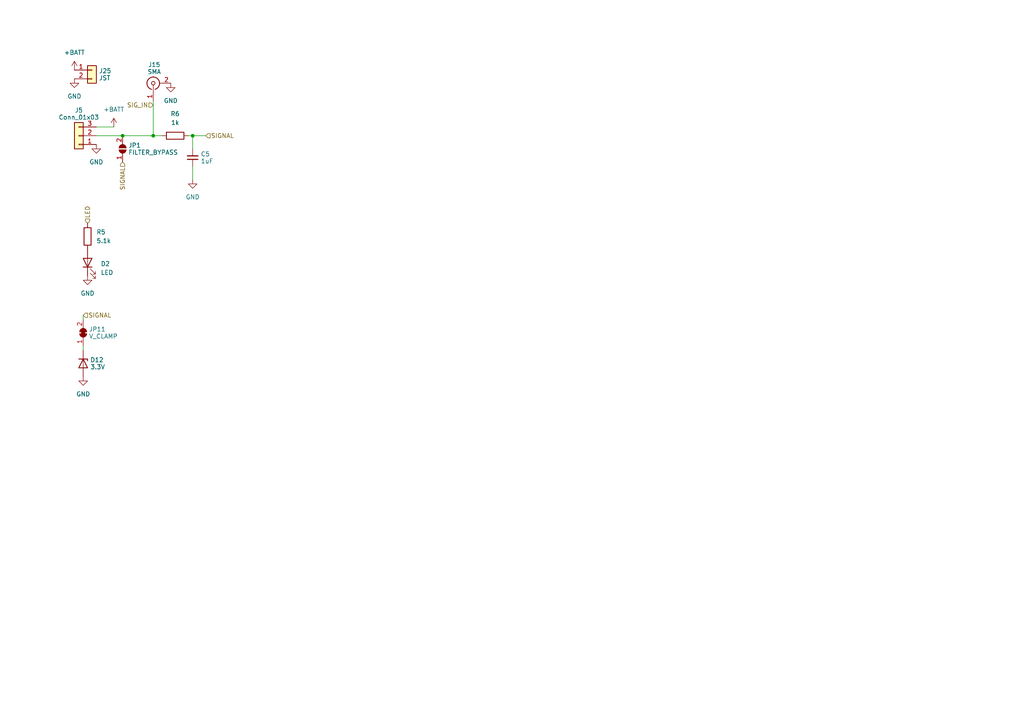
<source format=kicad_sch>
(kicad_sch (version 20230121) (generator eeschema)
  (paper "A4")
  (lib_symbols
    (symbol "Connector:Conn_Coaxial" (pin_names (offset 1.016) hide)
      (property "Reference" "J" (at 0.254 3.048 0))
      (property "Value" "Conn_Coaxial" (at 2.921 0 90))
      (symbol "Conn_Coaxial_0_1"
        (arc (start -1.778 -0.508) (mid 0.2311 -1.8066) (end 1.778 0) (stroke (width 0.254)))
        (polyline (pts (xy -2.54 0) (xy -0.508 0)))
        (polyline (pts (xy 0 -2.54) (xy 0 -1.778)))
        (circle (center 0 0) (radius 0.508) (stroke (width 0.2032)))
        (arc (start 1.778 0) (mid 0.2099 1.8101) (end -1.778 0.508) (stroke (width 0.254)))
      )
      (symbol "Conn_Coaxial_1_1"
        (pin passive line (at -5.08 0 0) (length 2.54) (name "In") (number "1"))
        (pin passive line (at 0 -5.08 90) (length 2.54) (name "Ext") (number "2"))
      )
    )
    (symbol "Connector_Generic:Conn_01x02" (pin_names (offset 1.016) hide)
      (property "Reference" "J" (at 0 2.54 0))
      (property "Value" "Conn_01x02" (at 0 -5.08 0))
      (symbol "Conn_01x02_1_1"
        (rectangle (start -1.27 -2.413) (end 0 -2.667) (stroke (width 0.1524)))
        (rectangle (start -1.27 0.127) (end 0 -0.127) (stroke (width 0.1524)))
        (rectangle (start -1.27 1.27) (end 1.27 -3.81) (stroke (width 0.254)) (fill (type background)))
        (pin passive line (at -5.08 0 0) (length 3.81) (name "Pin_1") (number "1"))
        (pin passive line (at -5.08 -2.54 0) (length 3.81) (name "Pin_2") (number "2"))
      )
    )
    (symbol "Connector_Generic:Conn_01x03" (pin_names (offset 1.016) hide)
      (property "Reference" "J" (at 0 5.08 0))
      (property "Value" "Conn_01x03" (at 0 -5.08 0))
      (symbol "Conn_01x03_1_1"
        (rectangle (start -1.27 -2.413) (end 0 -2.667) (stroke (width 0.1524)))
        (rectangle (start -1.27 0.127) (end 0 -0.127) (stroke (width 0.1524)))
        (rectangle (start -1.27 2.667) (end 0 2.413) (stroke (width 0.1524)))
        (rectangle (start -1.27 3.81) (end 1.27 -3.81) (stroke (width 0.254)) (fill (type background)))
        (pin passive line (at -5.08 2.54 0) (length 3.81) (name "Pin_1") (number "1"))
        (pin passive line (at -5.08 0 0) (length 3.81) (name "Pin_2") (number "2"))
        (pin passive line (at -5.08 -2.54 0) (length 3.81) (name "Pin_3") (number "3"))
      )
    )
    (symbol "Device:C_Small" (pin_numbers hide) (pin_names (offset 0.254) hide)
      (property "Reference" "C" (at 0.254 1.778 0))
      (property "Value" "C_Small" (at 0.254 -2.032 0))
      (symbol "C_Small_0_1"
        (polyline (pts (xy -1.524 -0.508) (xy 1.524 -0.508)) (stroke (width 0.3302)))
        (polyline (pts (xy -1.524 0.508) (xy 1.524 0.508)) (stroke (width 0.3048)))
      )
      (symbol "C_Small_1_1"
        (pin passive line (at 0 2.54 270) (length 2.032) (name "~") (number "1"))
        (pin passive line (at 0 -2.54 90) (length 2.032) (name "~") (number "2"))
      )
    )
    (symbol "Device:D_Zener" (pin_numbers hide) (pin_names (offset 1.016) hide)
      (property "Reference" "D" (at 0 2.54 0))
      (property "Value" "D_Zener" (at 0 -2.54 0))
      (symbol "D_Zener_0_1"
        (polyline (pts (xy 1.27 0) (xy -1.27 0)))
        (polyline (pts (xy -1.27 -1.27) (xy -1.27 1.27) (xy -0.762 1.27)) (stroke (width 0.254)))
        (polyline (pts (xy 1.27 -1.27) (xy 1.27 1.27) (xy -1.27 0) (xy 1.27 -1.27)) (stroke (width 0.254)))
      )
      (symbol "D_Zener_1_1"
        (pin passive line (at -3.81 0 0) (length 2.54) (name "K") (number "1"))
        (pin passive line (at 3.81 0 180) (length 2.54) (name "A") (number "2"))
      )
    )
    (symbol "Device:LED" (pin_numbers hide) (pin_names (offset 1.016) hide)
      (property "Reference" "D" (at 0 2.54 0))
      (property "Value" "LED" (at 0 -2.54 0))
      (symbol "LED_0_1"
        (polyline (pts (xy -1.27 -1.27) (xy -1.27 1.27)) (stroke (width 0.254)))
        (polyline (pts (xy -1.27 0) (xy 1.27 0)))
        (polyline (pts (xy 1.27 -1.27) (xy 1.27 1.27) (xy -1.27 0) (xy 1.27 -1.27)) (stroke (width 0.254)))
        (polyline (pts (xy -3.048 -0.762) (xy -4.572 -2.286) (xy -3.81 -2.286) (xy -4.572 -2.286) (xy -4.572 -1.524)))
        (polyline (pts (xy -1.778 -0.762) (xy -3.302 -2.286) (xy -2.54 -2.286) (xy -3.302 -2.286) (xy -3.302 -1.524)))
      )
      (symbol "LED_1_1"
        (pin passive line (at -3.81 0 0) (length 2.54) (name "K") (number "1"))
        (pin passive line (at 3.81 0 180) (length 2.54) (name "A") (number "2"))
      )
    )
    (symbol "Device:R" (pin_numbers hide) (pin_names (offset 0))
      (property "Reference" "R" (at 2.032 0 90))
      (property "Value" "R" (at 0 0 90))
      (symbol "R_0_1"
        (rectangle (start -1.016 -2.54) (end 1.016 2.54) (stroke (width 0.254)))
      )
      (symbol "R_1_1"
        (pin passive line (at 0 3.81 270) (length 1.27) (name "~") (number "1"))
        (pin passive line (at 0 -3.81 90) (length 1.27) (name "~") (number "2"))
      )
    )
    (symbol "Jumper:SolderJumper_2_Bridged" (pin_names (offset 0) hide)
      (property "Reference" "JP" (at 0 2.032 0))
      (property "Value" "SolderJumper_2_Bridged" (at 0 -2.54 0))
      (symbol "SolderJumper_2_Bridged_0_1"
        (rectangle (start -0.508 0.508) (end 0.508 -0.508) (fill (type outline)))
        (arc (start -0.254 1.016) (mid -1.2656 0) (end -0.254 -1.016))
        (arc (start -0.254 1.016) (mid -1.2656 0) (end -0.254 -1.016) (fill (type outline)))
        (polyline (pts (xy -0.254 1.016) (xy -0.254 -1.016)))
        (polyline (pts (xy 0.254 1.016) (xy 0.254 -1.016)))
        (arc (start 0.254 -1.016) (mid 1.2656 0) (end 0.254 1.016))
        (arc (start 0.254 -1.016) (mid 1.2656 0) (end 0.254 1.016) (fill (type outline)))
      )
      (symbol "SolderJumper_2_Bridged_1_1"
        (pin passive line (at -3.81 0 0) (length 2.54) (name "A") (number "1"))
        (pin passive line (at 3.81 0 180) (length 2.54) (name "B") (number "2"))
      )
    )
    (symbol "Jumper:SolderJumper_2_Open" (pin_names (offset 0) hide)
      (property "Reference" "JP" (at 0 2.032 0))
      (property "Value" "SolderJumper_2_Open" (at 0 -2.54 0))
      (symbol "SolderJumper_2_Open_0_1"
        (arc (start -0.254 1.016) (mid -1.2656 0) (end -0.254 -1.016))
        (arc (start -0.254 1.016) (mid -1.2656 0) (end -0.254 -1.016) (fill (type outline)))
        (polyline (pts (xy -0.254 1.016) (xy -0.254 -1.016)))
        (polyline (pts (xy 0.254 1.016) (xy 0.254 -1.016)))
        (arc (start 0.254 -1.016) (mid 1.2656 0) (end 0.254 1.016))
        (arc (start 0.254 -1.016) (mid 1.2656 0) (end 0.254 1.016) (fill (type outline)))
      )
      (symbol "SolderJumper_2_Open_1_1"
        (pin passive line (at -3.81 0 0) (length 2.54) (name "A") (number "1"))
        (pin passive line (at 3.81 0 180) (length 2.54) (name "B") (number "2"))
      )
    )
    (symbol "power:+BATT" (power) (pin_names (offset 0))
      (property "Value" "+BATT" (at 0 3.556 0))
      (symbol "+BATT_0_1"
        (polyline (pts (xy -0.762 1.27) (xy 0 2.54)))
        (polyline (pts (xy 0 0) (xy 0 2.54)))
        (polyline (pts (xy 0 2.54) (xy 0.762 1.27)))
      )
      (symbol "+BATT_1_1"
        (pin power_in line (at 0 0 90) (length 0) hide (name "+BATT") (number "1"))
      )
    )
    (symbol "power:GND" (power) (pin_names (offset 0))
      (property "Value" "GND" (at 0 -3.81 0))
      (symbol "GND_0_1"
        (polyline (pts (xy 0 0) (xy 0 -1.27) (xy 1.27 -1.27) (xy 0 -2.54) (xy -1.27 -1.27) (xy 0 -1.27)))
      )
      (symbol "GND_1_1"
        (pin power_in line (at 0 0 270) (length 0) hide (name "GND") (number "1"))
      )
    )
  )
  (junction (at 35.56 39.37))
  (junction (at 55.88 39.37))
  (junction (at 44.45 39.37))
  (wire (pts (xy 55.88 48.26) (xy 55.88 52.07)))
  (wire (pts (xy 54.61 39.37) (xy 55.88 39.37)))
  (wire (pts (xy 44.45 39.37) (xy 46.99 39.37)))
  (wire (pts (xy 44.45 29.21) (xy 44.45 39.37)))
  (wire (pts (xy 35.56 39.37) (xy 44.45 39.37)))
  (wire (pts (xy 24.13 91.44) (xy 24.13 92.71)))
  (wire (pts (xy 24.13 100.33) (xy 24.13 101.6)))
  (wire (pts (xy 27.94 39.37) (xy 35.56 39.37)))
  (wire (pts (xy 27.94 36.83) (xy 33.02 36.83)))
  (wire (pts (xy 55.88 39.37) (xy 59.69 39.37)))
  (wire (pts (xy 55.88 39.37) (xy 55.88 43.18)))
  (hierarchical_label "SIGNAL" (shape input) (at 59.69 39.37 0))
  (hierarchical_label "LED" (shape input) (at 25.4 64.77 90))
  (hierarchical_label "SIGNAL" (shape input) (at 35.56 46.99 270))
  (hierarchical_label "SIG_IN" (shape input) (at 44.45 30.48 180))
  (hierarchical_label "SIGNAL" (shape input) (at 24.13 91.44 0))
  (symbol (lib_id "power:+BATT") (at 21.59 20.32 0) (unit 1)
    (property "Reference" "#PWR077" (effects hide))
    (property "Value" "+BATT" (at 21.59 15.24 0))
    (instances (project "logic_board" (path "" (reference "#PWR077") (unit 1)) (path "" (reference "#PWR078") (unit 1)) (path "" (reference "#PWR079") (unit 1)) (path "" (reference "#PWR080") (unit 1)) (path "" (reference "#PWR081") (unit 1)) (path "" (reference "#PWR082") (unit 1)) (path "" (reference "#PWR083") (unit 1)) (path "" (reference "#PWR084") (unit 1)) (path "" (reference "#PWR085") (unit 1)) (path "" (reference "#PWR086") (unit 1))))
  )
  (symbol (lib_id "power:GND") (at 27.94 41.91 0) (unit 1)
    (property "Reference" "#PWR028" (effects hide))
    (property "Value" "GND" (at 27.94 46.99 0))
    (instances (project "logic_board" (path "" (reference "#PWR028") (unit 1)) (path "" (reference "#PWR033") (unit 1)) (path "" (reference "#PWR038") (unit 1)) (path "" (reference "#PWR043") (unit 1)) (path "" (reference "#PWR048") (unit 1)) (path "" (reference "#PWR053") (unit 1)) (path "" (reference "#PWR058") (unit 1)) (path "" (reference "#PWR063") (unit 1)) (path "" (reference "#PWR068") (unit 1)) (path "" (reference "#PWR073") (unit 1))))
  )
  (symbol (lib_id "Connector_Generic:Conn_01x02") (at 26.67 20.32 0) (unit 1)
    (property "Reference" "J25" (at 28.702 20.566 0) (effects (justify left)))
    (property "Value" "JST" (at 28.702 22.614 0) (effects (justify left)))
    (property "Footprint" "Connector_JST:JST_PH_B2B-PH-K_1x02_P2.00mm_Vertical" (effects hide))
    (property "JLC" "C131337" (effects hide))
    (instances (project "logic_board" (path "" (reference "J25") (unit 1)) (path "" (reference "J26") (unit 1)) (path "" (reference "J27") (unit 1)) (path "" (reference "J28") (unit 1)) (path "" (reference "J29") (unit 1)) (path "" (reference "J30") (unit 1)) (path "" (reference "J31") (unit 1)) (path "" (reference "J32") (unit 1)) (path "" (reference "J33") (unit 1)) (path "" (reference "J34") (unit 1))))
  )
  (symbol (lib_id "Jumper:SolderJumper_2_Bridged") (at 24.13 96.52 90) (unit 1)
    (property "Reference" "JP11" (at 25.781 95.496 90) (effects (justify right)))
    (property "Value" "V_CLAMP" (at 25.781 97.544 90) (effects (justify right)))
    (property "Footprint" "Jumper:SolderJumper-2_P1.3mm_Bridged2Bar_RoundedPad1.0x1.5mm" (effects hide))
    (instances (project "logic_board" (path "" (reference "JP11") (unit 1)) (path "" (reference "JP12") (unit 1)) (path "" (reference "JP13") (unit 1)) (path "" (reference "JP14") (unit 1)) (path "" (reference "JP15") (unit 1)) (path "" (reference "JP16") (unit 1)) (path "" (reference "JP17") (unit 1)) (path "" (reference "JP18") (unit 1)) (path "" (reference "JP19") (unit 1)) (path "" (reference "JP20") (unit 1))))
  )
  (symbol (lib_id "power:GND") (at 49.53 24.13 0) (unit 1)
    (property "Reference" "#PWR030" (effects hide))
    (property "Value" "GND" (at 49.53 29.21 0))
    (instances (project "logic_board" (path "" (reference "#PWR030") (unit 1)) (path "" (reference "#PWR035") (unit 1)) (path "" (reference "#PWR040") (unit 1)) (path "" (reference "#PWR045") (unit 1)) (path "" (reference "#PWR050") (unit 1)) (path "" (reference "#PWR055") (unit 1)) (path "" (reference "#PWR060") (unit 1)) (path "" (reference "#PWR065") (unit 1)) (path "" (reference "#PWR070") (unit 1)) (path "" (reference "#PWR075") (unit 1))))
  )
  (symbol (lib_id "power:GND") (at 25.4 80.01 0) (unit 1)
    (property "Reference" "#PWR027" (effects hide))
    (property "Value" "GND" (at 25.4 85.09 0))
    (instances (project "logic_board" (path "" (reference "#PWR027") (unit 1)) (path "" (reference "#PWR032") (unit 1)) (path "" (reference "#PWR037") (unit 1)) (path "" (reference "#PWR042") (unit 1)) (path "" (reference "#PWR047") (unit 1)) (path "" (reference "#PWR052") (unit 1)) (path "" (reference "#PWR057") (unit 1)) (path "" (reference "#PWR062") (unit 1)) (path "" (reference "#PWR067") (unit 1)) (path "" (reference "#PWR072") (unit 1))))
  )
  (symbol (lib_id "power:GND") (at 21.59 22.86 0) (unit 1)
    (property "Reference" "#PWR087" (effects hide))
    (property "Value" "GND" (at 21.59 27.94 0))
    (instances (project "logic_board" (path "" (reference "#PWR087") (unit 1)) (path "" (reference "#PWR088") (unit 1)) (path "" (reference "#PWR089") (unit 1)) (path "" (reference "#PWR090") (unit 1)) (path "" (reference "#PWR091") (unit 1)) (path "" (reference "#PWR092") (unit 1)) (path "" (reference "#PWR093") (unit 1)) (path "" (reference "#PWR094") (unit 1)) (path "" (reference "#PWR095") (unit 1)) (path "" (reference "#PWR096") (unit 1))))
  )
  (symbol (lib_id "Connector:Conn_Coaxial") (at 44.45 24.13 90) (unit 1)
    (property "Reference" "J15" (at 44.7432 18.7719 90))
    (property "Value" "SMA" (at 44.7432 20.8199 90))
    (property "Footprint" "library:SMA_Amphenol_901-143_Horizontal" (effects hide))
    (property "Datasheet" " ~" (effects hide))
    (property "JLC" "C411575" (effects hide))
    (instances (project "logic_board" (path "" (reference "J15") (unit 1)) (path "" (reference "J16") (unit 1)) (path "" (reference "J17") (unit 1)) (path "" (reference "J18") (unit 1)) (path "" (reference "J19") (unit 1)) (path "" (reference "J20") (unit 1)) (path "" (reference "J21") (unit 1)) (path "" (reference "J22") (unit 1)) (path "" (reference "J23") (unit 1)) (path "" (reference "J24") (unit 1))))
  )
  (symbol (lib_id "Device:R") (at 50.8 39.37 90) (unit 1)
    (property "Reference" "R6" (at 50.8 33.02 90))
    (property "Value" "1k" (at 50.8 35.56 90))
    (property "Footprint" "Resistor_SMD:R_0402_1005Metric" (effects hide))
    (property "JLC" "C208774" (effects hide))
    (instances (project "logic_board" (path "" (reference "R6") (unit 1)) (path "" (reference "R8") (unit 1)) (path "" (reference "R10") (unit 1)) (path "" (reference "R12") (unit 1)) (path "" (reference "R14") (unit 1)) (path "" (reference "R16") (unit 1)) (path "" (reference "R18") (unit 1)) (path "" (reference "R20") (unit 1)) (path "" (reference "R22") (unit 1)) (path "" (reference "R24") (unit 1))))
  )
  (symbol (lib_id "Jumper:SolderJumper_2_Open") (at 35.56 43.18 90) (unit 1)
    (property "Reference" "JP1" (at 37.211 42.156 90) (effects (justify right)))
    (property "Value" "FILTER_BYPASS" (at 37.211 44.204 90) (effects (justify right)))
    (property "Footprint" "Jumper:SolderJumper-2_P1.3mm_Open_RoundedPad1.0x1.5mm" (effects hide))
    (instances (project "logic_board" (path "" (reference "JP1") (unit 1)) (path "" (reference "JP2") (unit 1)) (path "" (reference "JP3") (unit 1)) (path "" (reference "JP4") (unit 1)) (path "" (reference "JP5") (unit 1)) (path "" (reference "JP6") (unit 1)) (path "" (reference "JP7") (unit 1)) (path "" (reference "JP8") (unit 1)) (path "" (reference "JP9") (unit 1)) (path "" (reference "JP10") (unit 1))))
  )
  (symbol (lib_id "power:+BATT") (at 33.02 36.83 0) (unit 1)
    (property "Reference" "#PWR029" (effects hide))
    (property "Value" "+BATT" (at 33.02 31.75 0))
    (instances (project "logic_board" (path "" (reference "#PWR029") (unit 1)) (path "" (reference "#PWR034") (unit 1)) (path "" (reference "#PWR039") (unit 1)) (path "" (reference "#PWR044") (unit 1)) (path "" (reference "#PWR049") (unit 1)) (path "" (reference "#PWR054") (unit 1)) (path "" (reference "#PWR059") (unit 1)) (path "" (reference "#PWR064") (unit 1)) (path "" (reference "#PWR069") (unit 1)) (path "" (reference "#PWR074") (unit 1))))
  )
  (symbol (lib_id "Device:LED") (at 25.4 76.2 90) (unit 1)
    (property "Reference" "D2" (at 29.21 76.5174 90) (effects (justify right)))
    (property "Value" "LED" (at 29.21 79.0574 90) (effects (justify right)))
    (property "Footprint" "LED_SMD:LED_0805_2012Metric" (effects hide))
    (property "JLC" "C2297" (effects hide))
    (instances (project "logic_board" (path "" (reference "D2") (unit 1)) (path "" (reference "D3") (unit 1)) (path "" (reference "D4") (unit 1)) (path "" (reference "D5") (unit 1)) (path "" (reference "D6") (unit 1)) (path "" (reference "D7") (unit 1)) (path "" (reference "D8") (unit 1)) (path "" (reference "D9") (unit 1)) (path "" (reference "D10") (unit 1)) (path "" (reference "D11") (unit 1))))
  )
  (symbol (lib_id "power:GND") (at 24.13 109.22 0) (unit 1)
    (property "Reference" "#PWR097" (effects hide))
    (property "Value" "GND" (at 24.13 114.3 0))
    (instances (project "logic_board" (path "" (reference "#PWR097") (unit 1)) (path "" (reference "#PWR098") (unit 1)) (path "" (reference "#PWR099") (unit 1)) (path "" (reference "#PWR0100") (unit 1)) (path "" (reference "#PWR0101") (unit 1)) (path "" (reference "#PWR0102") (unit 1)) (path "" (reference "#PWR0103") (unit 1)) (path "" (reference "#PWR0104") (unit 1)) (path "" (reference "#PWR0105") (unit 1)) (path "" (reference "#PWR0106") (unit 1))))
  )
  (symbol (lib_id "Connector_Generic:Conn_01x03") (at 22.86 39.37 180) (unit 1)
    (property "Reference" "J5" (at 22.86 31.98 0))
    (property "Value" "Conn_01x03" (at 22.86 34.028 0))
    (property "Footprint" "Connector_JST:JST_PH_B3B-PH-K_1x03_P2.00mm_Vertical" (effects hide))
    (property "JLC" "C131339" (effects hide))
    (instances (project "logic_board" (path "" (reference "J5") (unit 1)) (path "" (reference "J6") (unit 1)) (path "" (reference "J7") (unit 1)) (path "" (reference "J8") (unit 1)) (path "" (reference "J9") (unit 1)) (path "" (reference "J10") (unit 1)) (path "" (reference "J11") (unit 1)) (path "" (reference "J12") (unit 1)) (path "" (reference "J13") (unit 1)) (path "" (reference "J14") (unit 1))))
  )
  (symbol (lib_id "Device:R") (at 25.4 68.58 0) (unit 1)
    (property "Reference" "R5" (at 27.94 67.3099 0) (effects (justify left)))
    (property "Value" "5.1k" (at 27.94 69.8499 0) (effects (justify left)))
    (property "Footprint" "Resistor_SMD:R_0603_1608Metric" (effects hide))
    (property "JLC" "C105580" (effects hide))
    (instances (project "logic_board" (path "" (reference "R5") (unit 1)) (path "" (reference "R7") (unit 1)) (path "" (reference "R9") (unit 1)) (path "" (reference "R11") (unit 1)) (path "" (reference "R13") (unit 1)) (path "" (reference "R15") (unit 1)) (path "" (reference "R17") (unit 1)) (path "" (reference "R19") (unit 1)) (path "" (reference "R21") (unit 1)) (path "" (reference "R23") (unit 1))))
  )
  (symbol (lib_id "Device:C_Small") (at 55.88 45.72 180) (unit 1)
    (property "Reference" "C5" (at 58.2041 44.6896 0) (effects (justify right)))
    (property "Value" "1uF" (at 58.2041 46.7376 0) (effects (justify right)))
    (property "Footprint" "Capacitor_SMD:C_0402_1005Metric" (effects hide))
    (property "JLC" "C83063" (effects hide))
    (instances (project "logic_board" (path "" (reference "C5") (unit 1)) (path "" (reference "C6") (unit 1)) (path "" (reference "C7") (unit 1)) (path "" (reference "C8") (unit 1)) (path "" (reference "C9") (unit 1)) (path "" (reference "C10") (unit 1)) (path "" (reference "C11") (unit 1)) (path "" (reference "C12") (unit 1)) (path "" (reference "C13") (unit 1)) (path "" (reference "C14") (unit 1))))
  )
  (symbol (lib_id "power:GND") (at 55.88 52.07 0) (unit 1)
    (property "Reference" "#PWR031" (effects hide))
    (property "Value" "GND" (at 55.88 57.15 0))
    (instances (project "logic_board" (path "" (reference "#PWR031") (unit 1)) (path "" (reference "#PWR036") (unit 1)) (path "" (reference "#PWR041") (unit 1)) (path "" (reference "#PWR046") (unit 1)) (path "" (reference "#PWR051") (unit 1)) (path "" (reference "#PWR056") (unit 1)) (path "" (reference "#PWR061") (unit 1)) (path "" (reference "#PWR066") (unit 1)) (path "" (reference "#PWR071") (unit 1)) (path "" (reference "#PWR076") (unit 1))))
  )
  (symbol (lib_id "Device:D_Zener") (at 24.13 105.41 270) (unit 1)
    (property "Reference" "D12" (at 26.162 104.386 90) (effects (justify left)))
    (property "Value" "3.3V" (at 26.162 106.434 90) (effects (justify left)))
    (property "Footprint" "Diode_SMD:D_SOD-523" (effects hide))
    (property "JLC" "C2999960" (effects hide))
    (instances (project "logic_board" (path "" (reference "D12") (unit 1)) (path "" (reference "D13") (unit 1)) (path "" (reference "D14") (unit 1)) (path "" (reference "D15") (unit 1)) (path "" (reference "D16") (unit 1)) (path "" (reference "D17") (unit 1)) (path "" (reference "D18") (unit 1)) (path "" (reference "D19") (unit 1)) (path "" (reference "D20") (unit 1)) (path "" (reference "D21") (unit 1))))
  )
)
</source>
